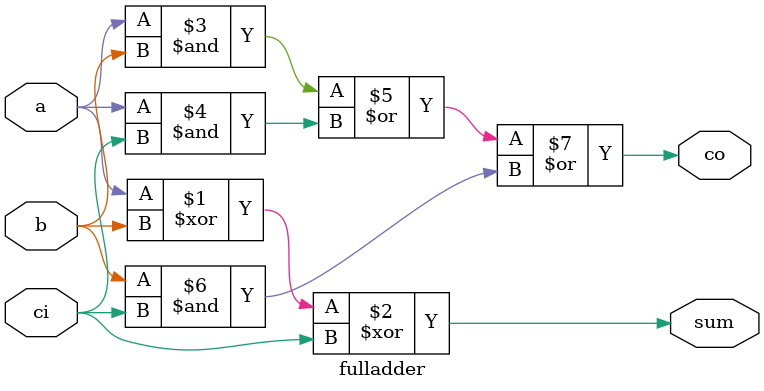
<source format=v>
module fulladder(sum, co, a, b, ci);

  input   a, b, ci;
  output  sum, co;

  wire s,c1,c2;

  assign sum = a ^ b ^ ci;
  assign co = (a & b) | (a & ci) | (b & ci);

endmodule

</source>
